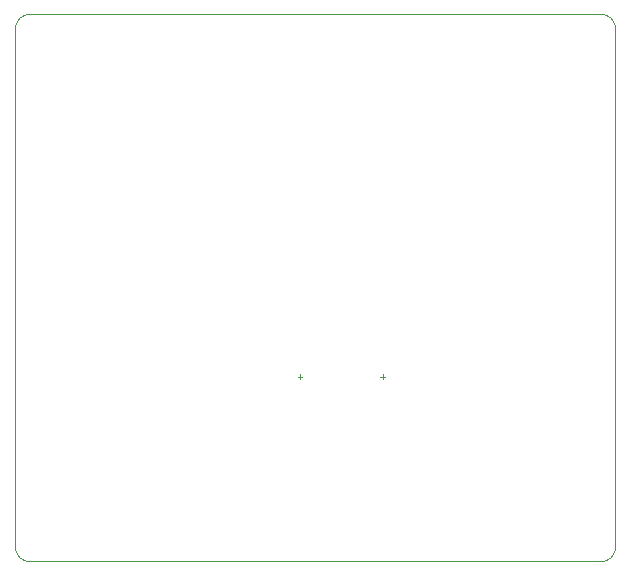
<source format=gm1>
G04*
G04 #@! TF.GenerationSoftware,Altium Limited,Altium Designer,22.2.1 (43)*
G04*
G04 Layer_Color=16711935*
%FSLAX25Y25*%
%MOIN*%
G70*
G04*
G04 #@! TF.SameCoordinates,1C25F414-B9C3-4C75-A36B-C8DD24576EA7*
G04*
G04*
G04 #@! TF.FilePolarity,Positive*
G04*
G01*
G75*
%ADD59C,0.00000*%
%ADD60C,0.00394*%
D59*
X0Y5000D02*
X96Y4025D01*
X381Y3087D01*
X843Y2222D01*
X1464Y1464D01*
X2222Y843D01*
X3087Y381D01*
X4025Y96D01*
X5000Y0D01*
X195000D02*
X195975Y96D01*
X196913Y381D01*
X197778Y843D01*
X198536Y1464D01*
X199157Y2222D01*
X199619Y3087D01*
X199904Y4025D01*
X200000Y5000D01*
Y177500D02*
X199904Y178475D01*
X199619Y179413D01*
X199157Y180278D01*
X198536Y181035D01*
X197778Y181657D01*
X196913Y182119D01*
X195975Y182404D01*
X195000Y182500D01*
X5000Y182500D02*
X4025Y182404D01*
X3087Y182119D01*
X2222Y181657D01*
X1464Y181035D01*
X843Y180278D01*
X381Y179413D01*
X96Y178475D01*
X0Y177500D01*
X5000Y0D02*
X195000D01*
X200000Y5000D02*
Y177500D01*
X5000Y182500D02*
X195000Y182500D01*
X0Y5000D02*
Y177500D01*
D60*
X121713Y61594D02*
X123287D01*
X122500Y60807D02*
Y62382D01*
X94213Y61594D02*
X95787D01*
X95000Y60807D02*
Y62382D01*
M02*

</source>
